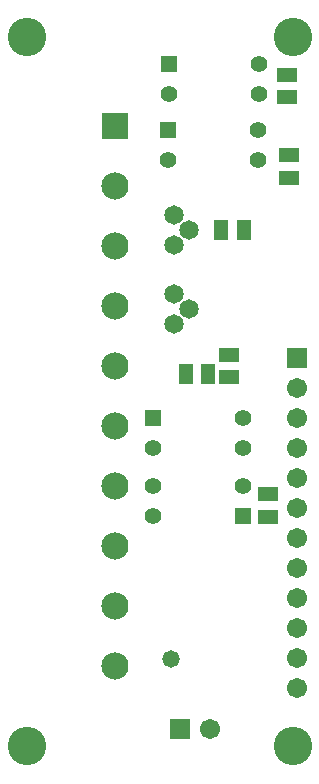
<source format=gbr>
G04*
G04 #@! TF.GenerationSoftware,Altium Limited,Altium Designer,23.0.1 (38)*
G04*
G04 Layer_Color=8388736*
%FSLAX44Y44*%
%MOMM*%
G71*
G04*
G04 #@! TF.SameCoordinates,7BCDEA22-2D04-4257-93D8-CBB99C7658D5*
G04*
G04*
G04 #@! TF.FilePolarity,Negative*
G04*
G01*
G75*
%ADD15R,1.2532X1.6532*%
%ADD16R,1.6532X1.2532*%
%ADD17C,3.2512*%
%ADD18C,1.7032*%
%ADD19R,1.7032X1.7032*%
%ADD20R,2.3032X2.3032*%
%ADD21C,2.3032*%
%ADD22R,1.4032X1.4032*%
%ADD23C,1.4032*%
%ADD24C,1.6432*%
%ADD25R,1.7032X1.7032*%
%ADD26C,1.4732*%
D15*
X178700Y339875D02*
D03*
X159700D02*
D03*
X189834Y462025D02*
D03*
X208834D02*
D03*
D16*
X195868Y356286D02*
D03*
Y337286D02*
D03*
X229135Y219405D02*
D03*
Y238405D02*
D03*
X245506Y574542D02*
D03*
Y593543D02*
D03*
X246599Y506066D02*
D03*
Y525066D02*
D03*
D17*
X25000Y25000D02*
D03*
X250000D02*
D03*
Y625000D02*
D03*
X25000D02*
D03*
D18*
X253696Y74087D02*
D03*
Y99487D02*
D03*
Y124887D02*
D03*
Y150287D02*
D03*
Y175687D02*
D03*
Y201087D02*
D03*
Y226487D02*
D03*
Y251887D02*
D03*
Y277287D02*
D03*
Y302687D02*
D03*
Y328087D02*
D03*
X180289Y39098D02*
D03*
D19*
X253696Y353487D02*
D03*
D20*
X100000Y550000D02*
D03*
D21*
Y499200D02*
D03*
Y448400D02*
D03*
Y397600D02*
D03*
Y346800D02*
D03*
Y296000D02*
D03*
Y245200D02*
D03*
Y194400D02*
D03*
Y143600D02*
D03*
Y92800D02*
D03*
D22*
X131900Y302700D02*
D03*
X207966Y219792D02*
D03*
X144819Y546305D02*
D03*
X145403Y602752D02*
D03*
D23*
X131900Y277300D02*
D03*
X208100D02*
D03*
Y302700D02*
D03*
X207966Y245192D02*
D03*
X131766D02*
D03*
Y219792D02*
D03*
X144819Y520905D02*
D03*
X221019D02*
D03*
Y546305D02*
D03*
X145403Y577352D02*
D03*
X221603D02*
D03*
Y602752D02*
D03*
D24*
X150000Y407539D02*
D03*
X162700Y394839D02*
D03*
X150000Y382139D02*
D03*
X150000Y475000D02*
D03*
X162700Y462300D02*
D03*
X150000Y449600D02*
D03*
D25*
X154889Y39098D02*
D03*
D26*
X147000Y99000D02*
D03*
M02*

</source>
